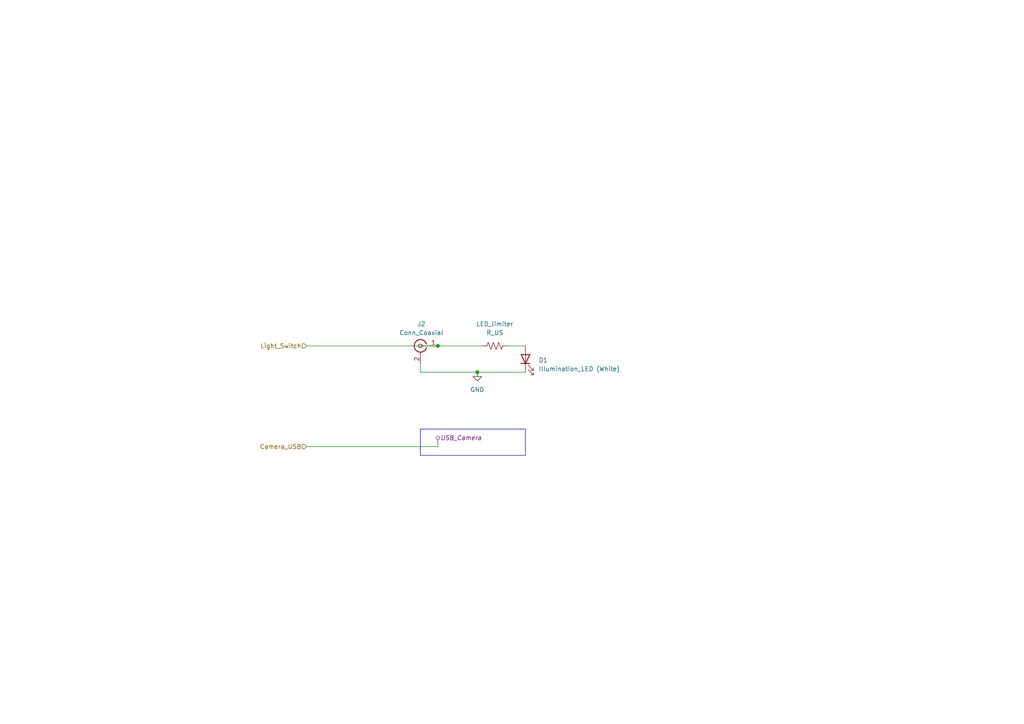
<source format=kicad_sch>
(kicad_sch (version 20231120) (generator "eeschema") (generator_version "8.0")
  (paper "A4")
  (title_block (title "Visual System"))
  (lib_symbols
    (symbol "Connector:Conn_Coaxial" (pin_names (offset 1.016) hide)
      (property "Reference" "J" (at 0.254 3.048 0))
      (property "Value" "Conn_Coaxial" (at 2.921 0 90))
      (symbol "Conn_Coaxial_0_1"
        (arc (start -1.778 -0.508) (mid 0.2311 -1.8066) (end 1.778 0) (stroke (width 0.254)))
        (polyline (pts (xy -2.54 0) (xy -0.508 0)))
        (polyline (pts (xy 0 -2.54) (xy 0 -1.778)))
        (circle (center 0 0) (radius 0.508) (stroke (width 0.2032)))
        (arc (start 1.778 0) (mid 0.2099 1.8101) (end -1.778 0.508) (stroke (width 0.254)))
      )
      (symbol "Conn_Coaxial_1_1"
        (pin passive line (at -5.08 0 0) (length 2.54) (name "In") (number "1"))
        (pin passive line (at 0 -5.08 90) (length 2.54) (name "Ext") (number "2"))
      )
    )
    (symbol "Device:LED" (pin_numbers hide) (pin_names (offset 1.016) hide)
      (property "Reference" "D" (at 0 2.54 0))
      (property "Value" "LED" (at 0 -2.54 0))
      (symbol "LED_0_1"
        (polyline (pts (xy -1.27 -1.27) (xy -1.27 1.27)) (stroke (width 0.254)))
        (polyline (pts (xy -1.27 0) (xy 1.27 0)))
        (polyline (pts (xy 1.27 -1.27) (xy 1.27 1.27) (xy -1.27 0) (xy 1.27 -1.27)) (stroke (width 0.254)))
        (polyline (pts (xy -3.048 -0.762) (xy -4.572 -2.286) (xy -3.81 -2.286) (xy -4.572 -2.286) (xy -4.572 -1.524)))
        (polyline (pts (xy -1.778 -0.762) (xy -3.302 -2.286) (xy -2.54 -2.286) (xy -3.302 -2.286) (xy -3.302 -1.524)))
      )
      (symbol "LED_1_1"
        (pin passive line (at -3.81 0 0) (length 2.54) (name "K") (number "1"))
        (pin passive line (at 3.81 0 180) (length 2.54) (name "A") (number "2"))
      )
    )
    (symbol "Device:R_US" (pin_numbers hide) (pin_names (offset 0))
      (property "Reference" "R" (at 2.54 0 90))
      (property "Value" "R_US" (at -2.54 0 90))
      (symbol "R_US_0_1"
        (polyline (pts (xy 0 -2.286) (xy 0 -2.54)))
        (polyline (pts (xy 0 2.286) (xy 0 2.54)))
        (polyline (pts (xy 0 -0.762) (xy 1.016 -1.143) (xy 0 -1.524) (xy -1.016 -1.905) (xy 0 -2.286)))
        (polyline (pts (xy 0 0.762) (xy 1.016 0.381) (xy 0 0) (xy -1.016 -0.381) (xy 0 -0.762)))
        (polyline (pts (xy 0 2.286) (xy 1.016 1.905) (xy 0 1.524) (xy -1.016 1.143) (xy 0 0.762)))
      )
      (symbol "R_US_1_1"
        (pin passive line (at 0 3.81 270) (length 1.27) (name "~") (number "1"))
        (pin passive line (at 0 -3.81 90) (length 1.27) (name "~") (number "2"))
      )
    )
    (symbol "power:GND" (power) (pin_numbers hide) (pin_names (offset 0) hide)
      (property "Value" "GND" (at 0 -3.81 0))
      (symbol "GND_0_1"
        (polyline (pts (xy 0 0) (xy 0 -1.27) (xy 1.27 -1.27) (xy 0 -2.54) (xy -1.27 -1.27) (xy 0 -1.27)))
      )
      (symbol "GND_1_1"
        (pin power_in line (at 0 0 270) (length 0) (name "~") (number "1"))
      )
    )
  )
  (junction (at 138.43 107.95))
  (junction (at 127 100.33))
  (wire (pts (xy 147.32 100.33) (xy 152.4 100.33)))
  (wire (pts (xy 121.92 105.41) (xy 121.92 107.95)))
  (wire (pts (xy 88.9 100.33) (xy 127 100.33)))
  (wire (pts (xy 121.92 107.95) (xy 138.43 107.95)))
  (wire (pts (xy 88.9 129.54) (xy 127 129.54)))
  (wire (pts (xy 127 100.33) (xy 139.7 100.33)))
  (wire (pts (xy 138.43 107.95) (xy 152.4 107.95)))
  (rectangle (start 121.92 124.46) (end 152.4 132.08))
  (hierarchical_label "Light_Switch" (shape input) (at 88.9 100.33 180))
  (hierarchical_label "Camera_USB" (shape input) (at 88.9 129.54 180))
  (netclass_flag "" (length 2.54) (shape round) (at 127 129.54 0) (property "Netclass" "USB_Camera" (at 127.6985 127 0) (effects (font (italic yes)) (justify left))))
  (symbol (lib_id "power:GND") (at 138.43 107.95 0) (unit 1)
    (property "Reference" "#PWR05" (effects (hide yes)))
    (property "Value" "GND" (at 138.43 113.03 0))
    (property "Description" "Power symbol creates a global label with name \"GND\" , ground" (effects (hide yes)))
  )
  (symbol (lib_id "Device:LED") (at 152.4 104.14 90) (unit 1)
    (property "Reference" "D1" (at 156.21 104.4574 90) (effects (justify right)))
    (property "Value" "Illumination_LED (White)" (at 156.21 106.9974 90) (effects (justify right)))
    (property "Description" "Light emitting diode" (effects (hide yes)))
  )
  (symbol (lib_id "Connector:Conn_Coaxial") (at 121.92 100.33 0) (mirror y) (unit 1)
    (property "Reference" "J2" (at 122.2374 93.98 0))
    (property "Value" "Conn_Coaxial" (at 122.2374 96.52 0))
    (property "Description" "coaxial connector (BNC, SMA, SMB, SMC, Cinch/RCA, LEMO, ...)" (effects (hide yes)))
  )
  (symbol (lib_id "Device:R_US") (at 143.51 100.33 90) (unit 1)
    (property "Reference" "LED_limiter" (at 143.51 93.98 90))
    (property "Value" "R_US" (at 143.51 96.52 90))
    (property "Description" "Resistor, US symbol" (effects (hide yes)))
  )
)
</source>
